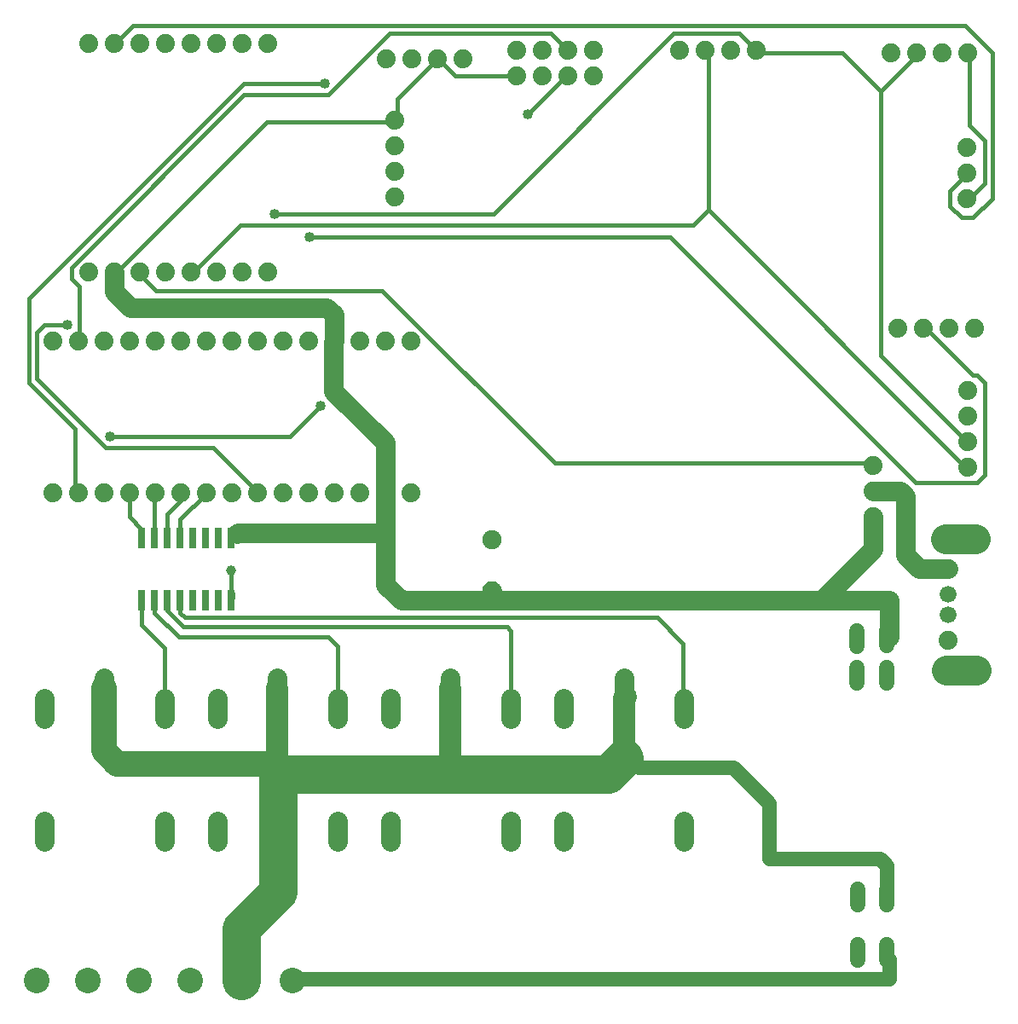
<source format=gbl>
G75*
%MOIN*%
%OFA0B0*%
%FSLAX25Y25*%
%IPPOS*%
%LPD*%
%AMOC8*
5,1,8,0,0,1.08239X$1,22.5*
%
%ADD10C,0.07500*%
%ADD11OC8,0.07500*%
%ADD12C,0.07400*%
%ADD13C,0.06600*%
%ADD14C,0.11811*%
%ADD15C,0.07800*%
%ADD16R,0.02600X0.08000*%
%ADD17C,0.10000*%
%ADD18C,0.06000*%
%ADD19C,0.03962*%
%ADD20C,0.01600*%
%ADD21C,0.01500*%
%ADD22C,0.07600*%
%ADD23C,0.04000*%
%ADD24C,0.05600*%
%ADD25C,0.15000*%
%ADD26C,0.08600*%
%ADD27C,0.10000*%
D10*
X0193992Y0189163D03*
D11*
X0193992Y0169163D03*
D12*
X0162260Y0207510D03*
X0152260Y0207510D03*
X0142260Y0207510D03*
X0132260Y0207510D03*
X0122260Y0207510D03*
X0112260Y0207510D03*
X0102260Y0207510D03*
X0092260Y0207510D03*
X0082260Y0207510D03*
X0072260Y0207510D03*
X0062260Y0207510D03*
X0052260Y0207510D03*
X0042260Y0207510D03*
X0032260Y0207510D03*
X0022260Y0207510D03*
X0022260Y0266683D03*
X0032260Y0266683D03*
X0042260Y0266683D03*
X0052260Y0266683D03*
X0062260Y0266683D03*
X0072260Y0266683D03*
X0082260Y0266683D03*
X0092260Y0266683D03*
X0102260Y0266683D03*
X0112260Y0266683D03*
X0122260Y0266683D03*
X0132260Y0266683D03*
X0142260Y0266683D03*
X0152260Y0266683D03*
X0162260Y0266683D03*
X0106394Y0293848D03*
X0096394Y0293848D03*
X0086394Y0293848D03*
X0076394Y0293848D03*
X0066394Y0293848D03*
X0056394Y0293848D03*
X0046394Y0293848D03*
X0036394Y0293848D03*
X0036394Y0383219D03*
X0046394Y0383219D03*
X0056394Y0383219D03*
X0066394Y0383219D03*
X0076394Y0383219D03*
X0086394Y0383219D03*
X0096394Y0383219D03*
X0106394Y0383219D03*
X0152654Y0377234D03*
X0162654Y0377234D03*
X0172654Y0377234D03*
X0182654Y0377234D03*
X0203717Y0380620D03*
X0213717Y0380620D03*
X0223717Y0380620D03*
X0233717Y0380620D03*
X0233717Y0370620D03*
X0223717Y0370620D03*
X0213717Y0370620D03*
X0203717Y0370620D03*
X0156000Y0353337D03*
X0156000Y0343337D03*
X0156000Y0333337D03*
X0156000Y0323337D03*
X0267299Y0380463D03*
X0277299Y0380463D03*
X0287299Y0380463D03*
X0297299Y0380463D03*
X0349898Y0379596D03*
X0359898Y0379596D03*
X0369898Y0379596D03*
X0379898Y0379596D03*
X0379622Y0342549D03*
X0379622Y0332549D03*
X0379622Y0322549D03*
X0382654Y0271841D03*
X0372654Y0271841D03*
X0362654Y0271841D03*
X0352654Y0271841D03*
X0379858Y0247589D03*
X0379858Y0237589D03*
X0379858Y0227589D03*
X0379858Y0217589D03*
X0343008Y0218297D03*
X0343008Y0208297D03*
X0343008Y0198297D03*
X0372142Y0177746D03*
X0372142Y0149715D03*
D13*
X0372142Y0159715D03*
X0372142Y0167746D03*
D14*
X0371197Y0189478D02*
X0383008Y0189478D01*
X0383402Y0138022D02*
X0371591Y0138022D01*
D15*
X0268988Y0127130D02*
X0268988Y0119330D01*
X0245488Y0127330D02*
X0245488Y0135130D01*
X0221988Y0127130D02*
X0221988Y0119330D01*
X0201272Y0119330D02*
X0201272Y0127130D01*
X0177772Y0127330D02*
X0177772Y0135130D01*
X0154272Y0127130D02*
X0154272Y0119330D01*
X0133555Y0119330D02*
X0133555Y0127130D01*
X0110055Y0127330D02*
X0110055Y0135130D01*
X0086555Y0127130D02*
X0086555Y0119330D01*
X0065839Y0119330D02*
X0065839Y0127130D01*
X0042339Y0127330D02*
X0042339Y0135130D01*
X0018839Y0127130D02*
X0018839Y0119330D01*
X0018839Y0079130D02*
X0018839Y0071330D01*
X0065839Y0071330D02*
X0065839Y0079130D01*
X0086555Y0079130D02*
X0086555Y0071330D01*
X0133555Y0071330D02*
X0133555Y0079130D01*
X0154272Y0079130D02*
X0154272Y0071330D01*
X0201272Y0071330D02*
X0201272Y0079130D01*
X0221988Y0079130D02*
X0221988Y0071330D01*
X0268988Y0071330D02*
X0268988Y0079130D01*
D16*
X0092122Y0165489D03*
X0087122Y0165489D03*
X0082122Y0165489D03*
X0077122Y0165489D03*
X0072122Y0165489D03*
X0067122Y0165489D03*
X0062122Y0165489D03*
X0057122Y0165489D03*
X0057122Y0189689D03*
X0062122Y0189689D03*
X0067122Y0189689D03*
X0072122Y0189689D03*
X0077122Y0189689D03*
X0082122Y0189689D03*
X0087122Y0189689D03*
X0092122Y0189689D03*
D17*
X0016118Y0016880D03*
X0036118Y0016880D03*
X0056118Y0016880D03*
X0076118Y0016880D03*
X0096118Y0016880D03*
X0116118Y0016880D03*
D18*
X0336827Y0024785D02*
X0336827Y0030785D01*
X0348244Y0030864D02*
X0348244Y0024864D01*
X0348244Y0046596D02*
X0348244Y0052596D01*
X0336827Y0052518D02*
X0336827Y0046518D01*
X0336748Y0133211D02*
X0336748Y0139211D01*
X0336748Y0147463D02*
X0336748Y0153463D01*
X0348165Y0153935D02*
X0348165Y0147935D01*
X0348165Y0139289D02*
X0348165Y0133289D01*
D19*
X0091945Y0177195D03*
X0036433Y0293888D03*
D20*
X0052260Y0207510D02*
X0052181Y0207431D01*
X0052181Y0198061D01*
X0057122Y0193120D01*
X0057122Y0189689D01*
X0062122Y0189689D02*
X0062122Y0207372D01*
X0062260Y0207510D01*
X0067122Y0199222D02*
X0072260Y0204360D01*
X0072260Y0207510D01*
X0067122Y0199222D02*
X0067122Y0189689D01*
X0072122Y0189689D02*
X0072122Y0197136D01*
X0082260Y0207274D01*
X0082260Y0207510D01*
X0092122Y0189689D02*
X0094202Y0189689D01*
X0096276Y0191762D01*
X0091945Y0177195D02*
X0091945Y0168140D01*
X0072122Y0165489D02*
X0072122Y0160404D01*
X0073835Y0158691D01*
X0258480Y0158691D01*
X0268717Y0148455D01*
X0268717Y0123502D01*
X0268988Y0123230D01*
X0201394Y0123352D02*
X0201272Y0123230D01*
X0201394Y0123352D02*
X0201394Y0153573D01*
X0199819Y0155148D01*
X0073441Y0155148D01*
X0067122Y0161467D01*
X0067122Y0165489D01*
X0062122Y0165489D02*
X0062122Y0160561D01*
X0071472Y0151211D01*
X0130134Y0151211D01*
X0133677Y0147667D01*
X0133677Y0123352D01*
X0133555Y0123230D01*
X0065961Y0128770D02*
X0065567Y0128376D01*
X0065961Y0128770D02*
X0065961Y0146880D01*
X0057122Y0155719D01*
X0057122Y0165489D01*
D21*
X0091945Y0168140D02*
X0092500Y0168104D01*
X0092500Y0166604D01*
X0092122Y0165489D01*
X0065567Y0128376D02*
X0065500Y0127604D01*
X0065500Y0124604D01*
X0065839Y0123230D01*
X0032260Y0207510D02*
X0031000Y0208604D01*
X0031000Y0232604D01*
X0013000Y0250604D01*
X0013000Y0283604D01*
X0097000Y0367604D01*
X0128500Y0367604D01*
X0130000Y0363104D02*
X0154000Y0387104D01*
X0217000Y0387104D01*
X0223000Y0381104D01*
X0223717Y0380620D01*
X0223717Y0370620D02*
X0223000Y0370604D01*
X0208000Y0355604D01*
X0203717Y0370620D02*
X0203500Y0370604D01*
X0179500Y0370604D01*
X0173500Y0376604D01*
X0172654Y0377234D01*
X0172000Y0376604D01*
X0157000Y0361604D01*
X0157000Y0354104D01*
X0156000Y0353337D01*
X0155500Y0352604D01*
X0106000Y0352604D01*
X0049000Y0295604D01*
X0046394Y0293848D01*
X0056394Y0293848D02*
X0056500Y0292604D01*
X0062500Y0286604D01*
X0151000Y0286604D01*
X0218500Y0219104D01*
X0343000Y0219104D01*
X0343008Y0218297D01*
X0359500Y0211604D02*
X0263500Y0307604D01*
X0122500Y0307604D01*
X0109000Y0316604D02*
X0194500Y0316604D01*
X0265000Y0387104D01*
X0290500Y0387104D01*
X0296500Y0381104D01*
X0297299Y0380463D01*
X0298000Y0379604D01*
X0331000Y0379604D01*
X0346000Y0364604D01*
X0359500Y0378104D01*
X0359898Y0379596D01*
X0346000Y0364604D02*
X0346000Y0261104D01*
X0379000Y0228104D01*
X0379858Y0227589D01*
X0379858Y0217589D02*
X0379000Y0217604D01*
X0278500Y0318104D01*
X0272500Y0312104D01*
X0095500Y0312104D01*
X0077500Y0294104D01*
X0076394Y0293848D01*
X0032500Y0288104D02*
X0032500Y0267104D01*
X0032260Y0266683D01*
X0028000Y0273104D02*
X0019000Y0273104D01*
X0016000Y0270104D01*
X0016000Y0252104D01*
X0043000Y0225104D01*
X0085000Y0225104D01*
X0101500Y0208604D01*
X0102260Y0207510D01*
X0115000Y0229604D02*
X0127000Y0241604D01*
X0115000Y0229604D02*
X0044500Y0229604D01*
X0032500Y0288104D02*
X0029500Y0291104D01*
X0029500Y0295604D01*
X0097000Y0363104D01*
X0130000Y0363104D01*
X0053500Y0390104D02*
X0047500Y0384104D01*
X0046394Y0383219D01*
X0053500Y0390104D02*
X0379000Y0390104D01*
X0389500Y0379604D01*
X0389500Y0322604D01*
X0382000Y0315104D01*
X0377500Y0315104D01*
X0373000Y0319604D01*
X0373000Y0325604D01*
X0379000Y0331604D01*
X0379622Y0332549D01*
X0386500Y0328604D02*
X0380500Y0322604D01*
X0379622Y0322549D01*
X0386500Y0328604D02*
X0386500Y0345104D01*
X0380500Y0351104D01*
X0380500Y0378104D01*
X0379898Y0379596D01*
X0278500Y0379604D02*
X0278500Y0318104D01*
X0278500Y0379604D02*
X0277299Y0380463D01*
X0362654Y0271841D02*
X0364000Y0271604D01*
X0382000Y0253604D01*
X0383500Y0253604D01*
X0386500Y0250604D01*
X0386500Y0214604D01*
X0383500Y0211604D01*
X0359500Y0211604D01*
D22*
X0355724Y0206329D02*
X0353756Y0208297D01*
X0343008Y0208297D01*
X0343008Y0198297D02*
X0343126Y0198179D01*
X0343126Y0185463D01*
X0323047Y0165384D01*
X0349425Y0165384D01*
X0349425Y0151211D01*
X0361079Y0177746D02*
X0355724Y0183100D01*
X0355724Y0206329D01*
X0361079Y0177746D02*
X0372142Y0177746D01*
X0323047Y0165384D02*
X0193913Y0165384D01*
X0193992Y0165463D01*
X0193992Y0169163D01*
X0193913Y0165384D02*
X0158480Y0165384D01*
X0152260Y0171604D01*
X0152260Y0192549D01*
X0151472Y0191762D01*
X0096276Y0191762D01*
X0094701Y0191762D01*
X0094307Y0191368D01*
X0152260Y0192549D02*
X0152260Y0207510D01*
X0152260Y0227116D01*
X0132102Y0247274D01*
X0132102Y0266526D01*
X0132260Y0266683D01*
X0132260Y0277037D01*
X0129346Y0279951D01*
X0052575Y0279951D01*
X0046276Y0286250D01*
X0046276Y0293730D01*
X0046394Y0293848D01*
D23*
X0028000Y0273104D03*
X0044500Y0229604D03*
X0127000Y0241604D03*
X0122500Y0307604D03*
X0109000Y0316604D03*
X0128500Y0367604D03*
X0208000Y0355604D03*
D24*
X0245488Y0131230D02*
X0245488Y0123652D01*
X0245488Y0106722D02*
X0246669Y0105541D01*
X0245488Y0105935D02*
X0251394Y0100030D01*
X0288402Y0100030D01*
X0302181Y0086250D01*
X0302181Y0064596D01*
X0345488Y0064596D01*
X0348244Y0061841D01*
X0348244Y0049596D01*
X0349425Y0025226D02*
X0349425Y0017352D01*
X0116591Y0017352D01*
X0116118Y0016880D01*
D25*
X0096118Y0016880D02*
X0096118Y0037274D01*
X0110449Y0051604D01*
X0110449Y0096880D01*
X0110449Y0097667D01*
X0176197Y0097667D01*
X0239189Y0097667D01*
X0245488Y0103967D01*
D26*
X0245488Y0105935D01*
X0245488Y0106722D01*
X0245488Y0123652D01*
X0245488Y0127195D01*
X0246276Y0127982D01*
X0177772Y0131230D02*
X0177772Y0099242D01*
X0176197Y0097667D01*
X0110449Y0096880D02*
X0110055Y0097274D01*
X0110055Y0101211D01*
X0110055Y0131230D01*
D27*
X0109661Y0101604D02*
X0110055Y0101211D01*
X0109661Y0101604D02*
X0047457Y0101604D01*
X0042339Y0106722D01*
X0042339Y0131230D01*
M02*

</source>
